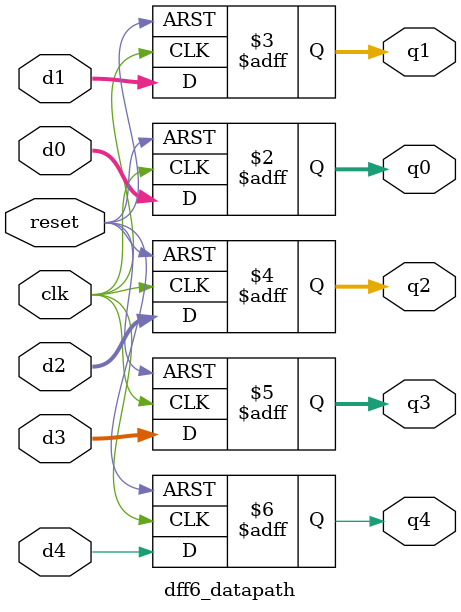
<source format=v>
`timescale 1ns / 1ps


module dff6_datapath(
    input  wire        clk,
    input  wire        reset,
    input  wire [31:0] d0,
    input  wire [31:0] d1,
    input  wire [4:0]  d2,
    input  wire [31:0] d3,
    input  wire        d4, // FPUStartE
    output reg  [31:0] q0,
    output reg  [31:0] q1,
    output reg  [4:0]  q2,
    output reg  [31:0] q3,
    output reg         q4  // FPUStartM
);
    always @(posedge clk or posedge reset) begin
        if (reset) begin
            q0 <= 0;
            q1 <= 0;
            q2 <= 0;
            q3 <= 0;
            q4 <= 0;
        end else begin
            q0 <= d0;
            q1 <= d1;
            q2 <= d2;
            q3 <= d3;
            q4 <= d4;
        end
    end
endmodule

</source>
